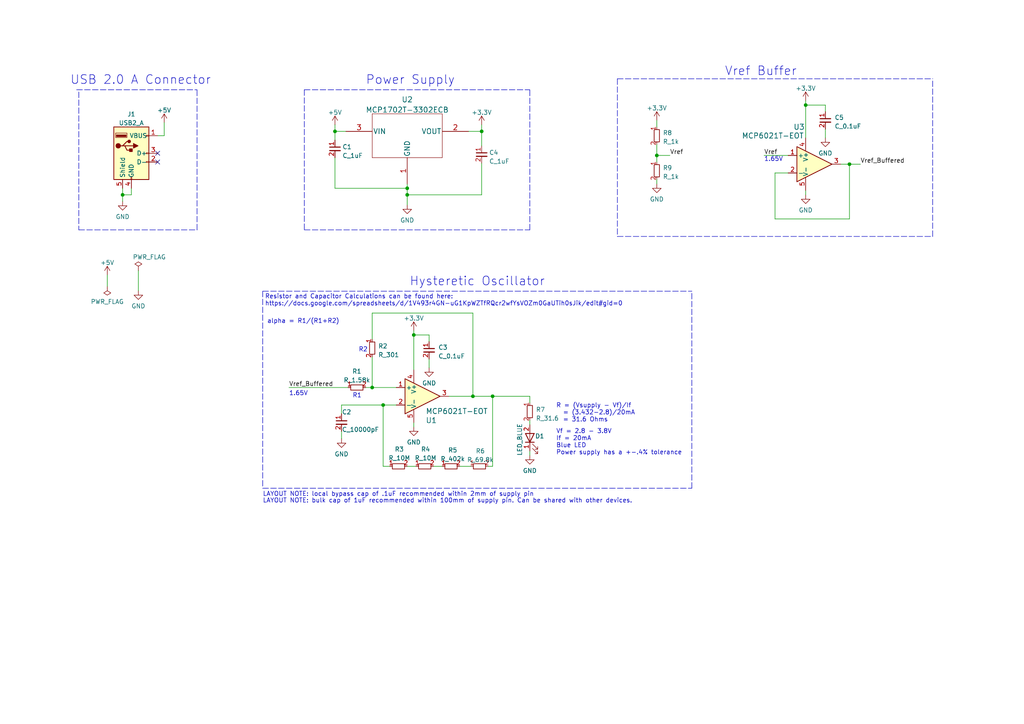
<source format=kicad_sch>
(kicad_sch (version 20211123) (generator eeschema)
  (paper "A4")
  (title_block (title "Hysteretic Oscillator ") (rev "1") (company "Eclectronics Miniproject 1") (comment 1 "Dasha Chadiuk"))
  (lib_symbols
    (symbol "eclectronics:C_0.1uF"
      (property "Reference" "C" (at -1.397 7.493 0))
      (property "Value" "C_0.1uF" (at 1.778 5.588 0))
      (symbol "C_0.1uF_0_1"
        (polyline (pts (xy -6.35 5.842) (xy -3.302 5.842)) (stroke (width 0.3302)))
        (polyline (pts (xy -6.35 6.858) (xy -3.302 6.858)) (stroke (width 0.3048)))
      )
      (symbol "C_0.1uF_1_1"
        (pin passive line (at -4.826 8.89 270) (length 2.032) (name "~") (number "1"))
        (pin passive line (at -4.826 3.81 90) (length 2.032) (name "~") (number "2"))
      )
    )
    (symbol "eclectronics:C_10000pF"
      (property "Reference" "C" (at -1.397 10.033 0))
      (property "Value" "C_10000pF" (at 3.048 8.128 0))
      (symbol "C_10000pF_0_1"
        (polyline (pts (xy -6.096 7.874) (xy -3.048 7.874)) (stroke (width 0.3302)))
        (polyline (pts (xy -6.096 8.89) (xy -3.048 8.89)) (stroke (width 0.3048)))
      )
      (symbol "C_10000pF_1_1"
        (pin passive line (at -4.572 10.922 270) (length 2.032) (name "~") (number "1"))
        (pin passive line (at -4.572 5.842 90) (length 2.032) (name "~") (number "2"))
      )
    )
    (symbol "eclectronics:C_1uF"
      (property "Reference" "C" (at -3.175 8.255 0))
      (property "Value" "C_1uF" (at -1.27 6.35 0))
      (symbol "C_1uF_0_1"
        (polyline (pts (xy -7.62 6.858) (xy -4.572 6.858)) (stroke (width 0.3302)))
        (polyline (pts (xy -7.62 7.874) (xy -4.572 7.874)) (stroke (width 0.3048)))
      )
      (symbol "C_1uF_1_1"
        (pin passive line (at -6.096 9.906 270) (length 2.032) (name "~") (number "1"))
        (pin passive line (at -6.096 4.826 90) (length 2.032) (name "~") (number "2"))
      )
    )
    (symbol "eclectronics:LED_BLUE"
      (property "Reference" "D" (at -3.81 1.778 0))
      (property "Value" "LED_BLUE" (at 0 0 0))
      (symbol "LED_BLUE_0_1"
        (polyline (pts (xy -6.604 -0.508) (xy -6.604 2.032)))
        (polyline (pts (xy -5.334 -0.508) (xy -7.874 -0.508)) (stroke (width 0.254)))
        (polyline (pts (xy -5.334 2.032) (xy -7.874 2.032) (xy -6.604 -0.508) (xy -5.334 2.032)) (stroke (width 0.254)))
        (polyline (pts (xy -5.842 -2.286) (xy -4.318 -3.81) (xy -4.318 -3.048) (xy -4.318 -3.81) (xy -5.08 -3.81)))
        (polyline (pts (xy -5.842 -1.016) (xy -4.318 -2.54) (xy -4.318 -1.778) (xy -4.318 -2.54) (xy -5.08 -2.54)))
      )
      (symbol "LED_BLUE_1_1"
        (pin passive line (at -6.604 -3.048 90) (length 2.54) (name "~") (number "1"))
        (pin passive line (at -6.604 4.572 270) (length 2.54) (name "~") (number "2"))
      )
    )
    (symbol "eclectronics:MCP1702T-3302ECB" (pin_names (offset 0.254))
      (property "Reference" "U" (at 27.94 10.16 0))
      (property "Value" "MCP1702T-3302ECB" (at 27.94 7.62 0))
      (symbol "MCP1702T-3302ECB_1_1"
        (polyline (pts (xy 7.62 -7.62) (xy 27.94 -7.62)) (stroke (width 0.127)))
        (polyline (pts (xy 7.62 5.08) (xy 7.62 -7.62)) (stroke (width 0.127)))
        (polyline (pts (xy 27.94 -7.62) (xy 27.94 5.08)) (stroke (width 0.127)))
        (polyline (pts (xy 27.94 5.08) (xy 7.62 5.08)) (stroke (width 0.127)))
        (pin power_in line (at 17.78 -15.24 90) (length 7.62) (name "GND") (number "1"))
        (pin power_out line (at 35.56 0 180) (length 7.62) (name "VOUT") (number "2"))
        (pin power_in line (at 0 0 0) (length 7.62) (name "VIN") (number "3"))
      )
    )
    (symbol "eclectronics:MCP6021T-EOT" (pin_names (offset 0.254))
      (property "Reference" "U" (at 30.48 10.16 0))
      (property "Value" "MCP6021T-EOT" (at 30.48 7.62 0))
      (symbol "MCP6021T-EOT_0_1"
        (polyline (pts (xy 36.83 -13.97) (xy 26.67 -8.89) (xy 26.67 -19.05) (xy 36.83 -13.97)) (stroke (width 0.254)) (fill (type background)))
      )
      (symbol "MCP6021T-EOT_1_1"
        (pin input line (at 24.13 -11.43 0) (length 2.54) (name "+") (number "1"))
        (pin input line (at 24.13 -16.51 0) (length 2.54) (name "-") (number "2"))
        (pin output line (at 39.37 -13.97 180) (length 2.54) (name "~") (number "3"))
        (pin power_in line (at 29.21 -6.35 270) (length 3.81) (name "V+") (number "4"))
        (pin power_in line (at 29.21 -21.59 90) (length 3.81) (name "V-") (number "5"))
      )
    )
    (symbol "eclectronics:R_1.58k"
      (property "Reference" "R" (at -8.382 3.683 0))
      (property "Value" "R_1.58k" (at -5.334 1.778 0))
      (symbol "R_1.58k_0_1"
        (rectangle (start -11.176 4.318) (end -9.652 0.762) (stroke (width 0.2032)))
      )
      (symbol "R_1.58k_1_1"
        (pin passive line (at -10.414 5.08 270) (length 0.762) (name "~") (number "1"))
        (pin passive line (at -10.414 0 90) (length 0.762) (name "~") (number "2"))
      )
    )
    (symbol "eclectronics:R_10M"
      (property "Reference" "R" (at -8.382 6.223 0))
      (property "Value" "R_10M" (at -5.842 4.318 0))
      (symbol "R_10M_0_1"
        (rectangle (start -11.43 7.112) (end -9.906 3.556) (stroke (width 0.2032)))
      )
      (symbol "R_10M_1_1"
        (pin passive line (at -10.668 7.874 270) (length 0.762) (name "~") (number "1"))
        (pin passive line (at -10.668 2.794 90) (length 0.762) (name "~") (number "2"))
      )
    )
    (symbol "eclectronics:R_1k"
      (property "Reference" "R" (at -8.382 3.683 0))
      (property "Value" "R_1k" (at -7.112 1.778 0))
      (symbol "R_1k_0_1"
        (rectangle (start -11.176 4.318) (end -9.652 0.762) (stroke (width 0.2032)))
      )
      (symbol "R_1k_1_1"
        (pin passive line (at -10.414 5.08 270) (length 0.762) (name "~") (number "1"))
        (pin passive line (at -10.414 0 90) (length 0.762) (name "~") (number "2"))
      )
    )
    (symbol "eclectronics:R_301"
      (property "Reference" "R" (at -5.842 3.683 0))
      (property "Value" "R_301" (at -3.302 1.778 0))
      (symbol "R_301_0_1"
        (rectangle (start -8.636 4.572) (end -7.112 1.016) (stroke (width 0.2032)))
      )
      (symbol "R_301_1_1"
        (pin passive line (at -7.874 5.334 270) (length 0.762) (name "~") (number "1"))
        (pin passive line (at -7.874 0.254 90) (length 0.762) (name "~") (number "2"))
      )
    )
    (symbol "eclectronics:R_31.6"
      (property "Reference" "R" (at -8.382 3.683 0))
      (property "Value" "R_31.6" (at -5.842 1.778 0))
      (symbol "R_31.6_0_1"
        (rectangle (start -11.176 4.572) (end -9.652 1.016) (stroke (width 0.2032)))
      )
      (symbol "R_31.6_1_1"
        (pin passive line (at -10.414 5.334 270) (length 0.762) (name "~") (number "1"))
        (pin passive line (at -10.414 0.254 90) (length 0.762) (name "~") (number "2"))
      )
    )
    (symbol "eclectronics:R_402k"
      (property "Reference" "R" (at -5.842 3.683 0))
      (property "Value" "R_402k" (at -2.667 1.778 0))
      (symbol "R_402k_0_1"
        (rectangle (start -8.636 4.826) (end -7.112 1.27) (stroke (width 0.2032)))
      )
      (symbol "R_402k_1_1"
        (pin passive line (at -7.874 5.588 270) (length 0.762) (name "~") (number "1"))
        (pin passive line (at -7.874 0.508 90) (length 0.762) (name "~") (number "2"))
      )
    )
    (symbol "eclectronics:R_69.8k"
      (property "Reference" "R" (at -5.842 3.683 0))
      (property "Value" "R_69.8k" (at -2.667 1.778 0))
      (symbol "R_69.8k_0_1"
        (rectangle (start -8.382 4.572) (end -6.858 1.016) (stroke (width 0.2032)))
      )
      (symbol "R_69.8k_1_1"
        (pin passive line (at -7.62 5.334 270) (length 0.762) (name "~") (number "1"))
        (pin passive line (at -7.62 0.254 90) (length 0.762) (name "~") (number "2"))
      )
    )
    (symbol "eclectronics:USB2_A"
      (property "Reference" "J" (at -5.08 21.59 0))
      (property "Value" "USB2_A" (at -2.54 19.05 0))
      (symbol "USB2_A_0_1"
        (rectangle (start -6.35 2.54) (end 3.81 17.78) (stroke (width 0.254)) (fill (type background)))
        (circle (center -5.08 12.319) (radius 0.635) (stroke (width 0.254)) (fill (type outline)))
        (rectangle (start -2.794 14.986) (end -5.588 15.494) (fill (type outline)))
        (rectangle (start -2.54 14.732) (end -5.842 16.002))
        (circle (center -1.905 13.589) (radius 0.381) (stroke (width 0.254)) (fill (type outline)))
        (rectangle (start -1.397 2.54) (end -1.143 3.302))
        (rectangle (start -1.016 11.43) (end -1.778 10.668) (stroke (width 0.254)) (fill (type outline)))
        (polyline (pts (xy -4.445 12.319) (xy -3.81 12.319) (xy -2.54 13.589) (xy -1.905 13.589)) (stroke (width 0.254)))
        (polyline (pts (xy -3.81 12.319) (xy -3.175 12.319) (xy -2.54 11.049) (xy -1.27 11.049)) (stroke (width 0.254)))
        (polyline (pts (xy -0.635 12.954) (xy -0.635 11.684) (xy 0.635 12.319) (xy -0.635 12.954)) (stroke (width 0.254)) (fill (type outline)))
        (rectangle (start 3.81 7.493) (end 3.048 7.747))
        (rectangle (start 3.81 10.033) (end 3.048 10.287))
        (rectangle (start 3.81 15.113) (end 3.048 15.367))
      )
      (symbol "USB2_A_1_1"
        (polyline (pts (xy -3.175 12.319) (xy -0.635 12.319)) (stroke (width 0.254)))
        (pin power_in line (at 6.35 15.24 180) (length 2.54) (name "VBUS") (number "1"))
        (pin bidirectional line (at 6.35 7.62 180) (length 2.54) (name "D-") (number "2"))
        (pin bidirectional line (at 6.35 10.16 180) (length 2.54) (name "D+") (number "3"))
        (pin power_in line (at -1.27 0 90) (length 2.54) (name "GND") (number "4"))
        (pin passive line (at -3.81 0 90) (length 2.54) (name "Shield") (number "5"))
      )
    )
    (symbol "power:+3.3V" (power) (pin_names (offset 0))
      (property "Value" "+3.3V" (at 0 3.556 0))
      (symbol "+3.3V_0_1"
        (polyline (pts (xy -0.762 1.27) (xy 0 2.54)))
        (polyline (pts (xy 0 0) (xy 0 2.54)))
        (polyline (pts (xy 0 2.54) (xy 0.762 1.27)))
      )
      (symbol "+3.3V_1_1"
        (pin power_in line (at 0 0 90) (length 0) hide (name "+3.3V") (number "1"))
      )
    )
    (symbol "power:+5V" (power) (pin_names (offset 0))
      (property "Value" "+5V" (at 0 3.556 0))
      (symbol "+5V_0_1"
        (polyline (pts (xy -0.762 1.27) (xy 0 2.54)))
        (polyline (pts (xy 0 0) (xy 0 2.54)))
        (polyline (pts (xy 0 2.54) (xy 0.762 1.27)))
      )
      (symbol "+5V_1_1"
        (pin power_in line (at 0 0 90) (length 0) hide (name "+5V") (number "1"))
      )
    )
    (symbol "power:GND" (power) (pin_names (offset 0))
      (property "Value" "GND" (at 0 -3.81 0))
      (symbol "GND_0_1"
        (polyline (pts (xy 0 0) (xy 0 -1.27) (xy 1.27 -1.27) (xy 0 -2.54) (xy -1.27 -1.27) (xy 0 -1.27)))
      )
      (symbol "GND_1_1"
        (pin power_in line (at 0 0 270) (length 0) hide (name "GND") (number "1"))
      )
    )
    (symbol "power:PWR_FLAG" (power) (pin_numbers hide) (pin_names (offset 0) hide)
      (property "Value" "PWR_FLAG" (at 0 3.81 0))
      (symbol "PWR_FLAG_0_0"
        (pin power_out line (at 0 0 90) (length 0) (name "pwr") (number "1"))
      )
      (symbol "PWR_FLAG_0_1"
        (polyline (pts (xy 0 0) (xy 0 1.27) (xy -1.016 1.905) (xy 0 2.54) (xy 1.016 1.905) (xy 0 1.27)))
      )
    )
  )
  (junction (at 107.95 112.395))
  (junction (at 118.11 54.61))
  (junction (at 35.56 56.515))
  (junction (at 120.015 97.155))
  (junction (at 111.125 117.475))
  (junction (at 190.5 45.085))
  (junction (at 137.16 114.935))
  (junction (at 246.38 47.625))
  (junction (at 97.155 38.1))
  (junction (at 139.7 38.1))
  (junction (at 118.11 56.515))
  (junction (at 233.68 30.48))
  (junction (at 142.875 114.935))
  (no_connect (at 45.72 44.45))
  (no_connect (at 45.72 46.99))
  (wire (pts (xy 113.03 135.255) (xy 111.125 135.255)))
  (wire (pts (xy 118.11 54.61) (xy 118.11 56.515)))
  (polyline (pts (xy 22.86 26.67) (xy 22.86 66.675)))
  (wire (pts (xy 239.395 30.48) (xy 239.395 32.385)))
  (wire (pts (xy 153.67 114.935) (xy 153.67 116.84)))
  (wire (pts (xy 224.79 63.5) (xy 246.38 63.5)))
  (wire (pts (xy 38.1 54.61) (xy 38.1 56.515)))
  (wire (pts (xy 228.6 50.165) (xy 224.79 50.165)))
  (wire (pts (xy 47.625 35.56) (xy 47.625 39.37)))
  (wire (pts (xy 190.5 34.925) (xy 190.5 36.83)))
  (wire (pts (xy 190.5 52.07) (xy 190.5 53.34)))
  (wire (pts (xy 224.79 50.165) (xy 224.79 63.5)))
  (polyline (pts (xy 88.265 26.035) (xy 153.67 26.035)))
  (wire (pts (xy 107.95 112.395) (xy 107.95 103.505)))
  (wire (pts (xy 111.125 117.475) (xy 111.125 135.255)))
  (wire (pts (xy 118.11 53.34) (xy 118.11 54.61)))
  (polyline (pts (xy 179.07 22.86) (xy 270.51 22.86)))
  (wire (pts (xy 120.015 97.155) (xy 120.015 107.315)))
  (wire (pts (xy 142.875 114.935) (xy 153.67 114.935)))
  (wire (pts (xy 99.06 125.095) (xy 99.06 127.254)))
  (wire (pts (xy 35.56 54.61) (xy 35.56 56.515)))
  (wire (pts (xy 246.38 47.625) (xy 249.555 47.625)))
  (wire (pts (xy 137.16 114.935) (xy 142.875 114.935)))
  (wire (pts (xy 106.045 112.395) (xy 107.95 112.395)))
  (wire (pts (xy 124.46 104.14) (xy 124.46 106.68)))
  (polyline (pts (xy 153.67 66.675) (xy 153.67 26.035)))
  (wire (pts (xy 139.7 38.1) (xy 139.7 42.291)))
  (polyline (pts (xy 88.265 66.675) (xy 153.67 66.675)))
  (wire (pts (xy 246.38 47.625) (xy 243.84 47.625)))
  (wire (pts (xy 153.67 130.81) (xy 153.67 132.08)))
  (wire (pts (xy 137.16 90.805) (xy 137.16 114.935)))
  (wire (pts (xy 233.68 55.245) (xy 233.68 56.515)))
  (wire (pts (xy 97.155 45.72) (xy 97.155 54.61)))
  (wire (pts (xy 118.11 135.255) (xy 120.65 135.255)))
  (wire (pts (xy 233.68 30.48) (xy 233.68 40.005)))
  (wire (pts (xy 190.5 45.085) (xy 190.5 46.99)))
  (wire (pts (xy 233.68 30.48) (xy 239.395 30.48)))
  (polyline (pts (xy 270.51 68.58) (xy 270.51 22.86)))
  (wire (pts (xy 124.46 97.155) (xy 124.46 99.06)))
  (wire (pts (xy 97.155 38.1) (xy 97.155 40.64)))
  (wire (pts (xy 99.06 117.475) (xy 111.125 117.475)))
  (wire (pts (xy 35.56 56.515) (xy 35.56 58.42)))
  (wire (pts (xy 139.7 47.371) (xy 139.7 56.515)))
  (polyline (pts (xy 76.2 84.455) (xy 200.66 84.455)))
  (wire (pts (xy 31.115 79.756) (xy 31.115 83.058)))
  (wire (pts (xy 107.95 90.805) (xy 107.95 98.425)))
  (wire (pts (xy 107.95 90.805) (xy 137.16 90.805)))
  (polyline (pts (xy 57.15 66.675) (xy 57.15 26.035)))
  (polyline (pts (xy 76.2 141.605) (xy 200.66 141.605)))
  (wire (pts (xy 35.56 56.515) (xy 38.1 56.515)))
  (wire (pts (xy 107.95 112.395) (xy 114.935 112.395)))
  (wire (pts (xy 133.35 135.255) (xy 136.525 135.255)))
  (wire (pts (xy 246.38 63.5) (xy 246.38 47.625)))
  (polyline (pts (xy 22.86 66.675) (xy 57.15 66.675)))
  (wire (pts (xy 83.82 112.395) (xy 100.965 112.395)))
  (wire (pts (xy 111.125 117.475) (xy 114.935 117.475)))
  (wire (pts (xy 239.395 37.465) (xy 239.395 40.005)))
  (wire (pts (xy 130.175 114.935) (xy 137.16 114.935)))
  (wire (pts (xy 118.11 56.515) (xy 139.7 56.515)))
  (wire (pts (xy 47.625 39.37) (xy 45.72 39.37)))
  (polyline (pts (xy 200.66 141.605) (xy 200.66 84.455)))
  (wire (pts (xy 99.06 117.475) (xy 99.06 120.015)))
  (polyline (pts (xy 179.07 68.58) (xy 270.51 68.58)))
  (wire (pts (xy 142.875 114.935) (xy 142.875 135.255)))
  (wire (pts (xy 120.015 95.885) (xy 120.015 97.155)))
  (polyline (pts (xy 179.07 22.86) (xy 179.07 68.58)))
  (polyline (pts (xy 76.2 84.455) (xy 76.2 141.605)))
  (wire (pts (xy 97.155 36.195) (xy 97.155 38.1)))
  (wire (pts (xy 118.11 56.515) (xy 118.11 59.436)))
  (wire (pts (xy 120.015 97.155) (xy 124.46 97.155)))
  (wire (pts (xy 153.67 121.92) (xy 153.67 123.19)))
  (wire (pts (xy 221.615 45.085) (xy 228.6 45.085)))
  (polyline (pts (xy 22.225 26.035) (xy 57.15 26.035)))
  (wire (pts (xy 233.68 29.21) (xy 233.68 30.48)))
  (wire (pts (xy 135.89 38.1) (xy 139.7 38.1)))
  (wire (pts (xy 141.605 135.255) (xy 142.875 135.255)))
  (wire (pts (xy 190.5 45.085) (xy 194.31 45.085)))
  (wire (pts (xy 139.7 38.1) (xy 139.7 36.195)))
  (wire (pts (xy 190.5 41.91) (xy 190.5 45.085)))
  (wire (pts (xy 125.73 135.255) (xy 128.27 135.255)))
  (wire (pts (xy 97.155 54.61) (xy 118.11 54.61)))
  (wire (pts (xy 40.132 78.486) (xy 40.132 84.328)))
  (wire (pts (xy 120.015 122.555) (xy 120.015 123.825)))
  (polyline (pts (xy 88.265 26.035) (xy 88.265 66.675)))
  (wire (pts (xy 97.155 38.1) (xy 100.33 38.1)))
  (text "R2" (at 106.68 102.235 180) (effects (font (size 1.27 1.27)) (justify right bottom)))
  (text "LAYOUT NOTE: bulk cap of 1uF recommended within 100mm of supply pin. Can be shared with other devices." (at 76.2 146.05 0) (effects (font (size 1.27 1.27)) (justify left bottom)))
  (text "Power Supply" (at 106.045 24.765 0) (effects (font (size 2.54 2.54)) (justify left bottom)))
  (text "1.65V" (at 221.615 46.99 0) (effects (font (size 1.27 1.27)) (justify left bottom)))
  (text "R1" (at 102.235 115.57 0) (effects (font (size 1.27 1.27)) (justify left bottom)))
  (text "Resistor and Capacitor Calculations can be found here: \nhttps://docs.google.com/spreadsheets/d/1V493r4GN-uG1KpWZTfRQcr2wfYsVOZm0GaUTih0sJik/edit#gid=0" (at 76.835 88.9 0) (effects (font (size 1.27 1.27)) (justify left bottom)))
  (text "LAYOUT NOTE: local bypass cap of .1uF recommended within 2mm of supply pin" (at 76.2 144.145 0) (effects (font (size 1.27 1.27)) (justify left bottom)))
  (text "alpha = R1/(R1+R2)" (at 77.47 93.98 0) (effects (font (size 1.27 1.27)) (justify left bottom)))
  (text "1.65V" (at 83.82 114.935 0) (effects (font (size 1.27 1.27)) (justify left bottom)))
  (text "R = (Vsupply - Vf)/If\n  = (3.432-2.8)/20mA \n  = 31.6 Ohms" (at 161.29 122.555 0) (effects (font (size 1.27 1.27)) (justify left bottom)))
  (text "Vf = 2.8 - 3.8V \nIf = 20mA \nBlue LED\nPower supply has a +-.4% tolerance" (at 161.29 132.08 0) (effects (font (size 1.27 1.27)) (justify left bottom)))
  (text "Hysteretic Oscillator" (at 118.745 83.185 0) (effects (font (size 2.54 2.54)) (justify left bottom)))
  (text "USB 2.0 A Connector" (at 20.32 24.765 0) (effects (font (size 2.54 2.54)) (justify left bottom)))
  (text "Vref Buffer" (at 210.185 22.225 0) (effects (font (size 2.54 2.54)) (justify left bottom)))
  (label "Vref" (at 194.31 45.085 0))
  (label "Vref_Buffered" (at 83.82 112.395 0))
  (label "Vref_Buffered" (at 249.555 47.625 0))
  (label "Vref" (at 221.615 45.085 0))
  (symbol (lib_id "power:+3.3V") (at 233.68 29.21 0) (unit 1)
    (property "Reference" "#PWR0110" (effects hide))
    (property "Value" "+3.3V" (at 233.68 25.6342 0))
  )
  (symbol (lib_id "eclectronics:R_10M") (at 120.904 124.587 90) (unit 1)
    (property "Reference" "R3" (at 115.824 130.3106 90))
    (property "Value" "R_10M" (at 115.824 132.8475 90))
    (property "Footprint" "Resistor_SMD:R_0603_1608Metric" (effects hide))
    (property "Datasheet" "https://www.yageo.com/upload/media/product/productsearch/datasheet/rchip/PYu-RC_Group_51_RoHS_L_12.pdf" (effects hide))
    (property "MPN" "RC0603FR-0710ML" (effects hide))
    (property "Description" "RES 10M OHM 1% 1/10W 0603" (effects hide))
  )
  (symbol (lib_id "power:+5V") (at 31.115 79.756 0) (unit 1)
    (property "Reference" "#PWR0116" (effects hide))
    (property "Value" "+5V" (at 31.115 76.1802 0))
  )
  (symbol (lib_id "eclectronics:R_31.6") (at 164.084 122.174 0) (unit 1)
    (property "Reference" "R7" (at 155.4226 118.7993 0) (effects (justify left)))
    (property "Value" "R_31.6" (at 155.4226 121.3362 0) (effects (justify left)))
    (property "Footprint" "Resistor_SMD:R_0603_1608Metric" (effects hide))
    (property "Datasheet" "https://www.yageo.com/upload/media/product/productsearch/datasheet/rchip/PYu-RC_Group_51_RoHS_L_12.pdf" (effects hide))
    (property "MPN" "RC0603FR-0731R6L" (effects hide))
    (property "Description" "RES 31.6 OHM 1% 1/10W 0603" (effects hide))
  )
  (symbol (lib_id "power:+3.3V") (at 190.5 34.925 0) (unit 1)
    (property "Reference" "#PWR0106" (effects hide))
    (property "Value" "+3.3V" (at 190.5 31.3492 0))
  )
  (symbol (lib_id "power:+5V") (at 47.625 35.56 0) (unit 1)
    (property "Reference" "#PWR0112" (effects hide))
    (property "Value" "+5V" (at 47.625 31.9842 0))
  )
  (symbol (lib_id "power:GND") (at 35.56 58.42 0) (unit 1)
    (property "Reference" "#PWR0113" (effects hide))
    (property "Value" "GND" (at 35.56 62.8634 0))
  )
  (symbol (lib_id "eclectronics:MCP1702T-3302ECB") (at 100.33 38.1 0) (unit 1)
    (property "Reference" "U2" (at 118.11 28.8724 0) (effects (font (size 1.524 1.524))))
    (property "Value" "MCP1702T-3302ECB" (at 118.11 31.8658 0) (effects (font (size 1.524 1.524))))
    (property "Footprint" "eclectronics:MCP1702T-3302E&slash_CB" (effects hide))
    (property "Datasheet" "https://ww1.microchip.com/downloads/en/DeviceDoc/22008E.pdf" (effects hide))
    (property "MPN" "MCP1702T-3302E/CB" (effects hide))
    (property "Description" "Linear Voltage Regulator IC Positive Fixed 1 Output 250mA SOT-23A-3" (effects hide))
  )
  (symbol (lib_id "eclectronics:C_10000pF") (at 103.632 130.937 0) (unit 1)
    (property "Reference" "C2" (at 99.187 119.507 0) (effects (justify left)))
    (property "Value" "C_10000pF" (at 99.187 124.587 0) (effects (justify left)))
    (property "Footprint" "Capacitor_SMD:C_0603_1608Metric" (effects hide))
    (property "Datasheet" "https://connect.kemet.com:7667/gateway/IntelliData-ComponentDocumentation/1.0/download/datasheet/C0603C103J5RAC7867" (effects hide))
    (property "MPN" "C0603C103J5RAC7867" (effects hide))
    (property "Description" "CAP CER 10000PF 50V X7R 0603" (effects hide))
  )
  (symbol (lib_id "eclectronics:C_0.1uF") (at 244.221 41.275 0) (unit 1)
    (property "Reference" "C5" (at 242.062 34.0903 0) (effects (justify left)))
    (property "Value" "C_0.1uF" (at 242.062 36.6272 0) (effects (justify left)))
    (property "Footprint" "Capacitor_SMD:C_0603_1608Metric" (effects hide))
    (property "Datasheet" "https://www.yageo.com/upload/media/product/productsearch/datasheet/mlcc/UPY-GPHC_X7R_6.3V-to-50V_20.pdf" (effects hide))
    (property "MPN" "CC0603JRX7R9BB104" (effects hide))
    (property "Description" "CAP CER 0.1UF 50V X7R 0603" (effects hide))
  )
  (symbol (lib_id "power:PWR_FLAG") (at 40.132 78.486 0) (unit 1)
    (property "Reference" "#FLG0103" (effects hide))
    (property "Value" "PWR_FLAG" (at 38.481 74.549 0) (effects (justify left)))
  )
  (symbol (lib_id "eclectronics:R_10M") (at 128.524 124.587 90) (unit 1)
    (property "Reference" "R4" (at 123.444 130.3106 90))
    (property "Value" "R_10M" (at 123.444 132.8475 90))
    (property "Footprint" "Resistor_SMD:R_0603_1608Metric" (effects hide))
    (property "Datasheet" "https://www.yageo.com/upload/media/product/productsearch/datasheet/rchip/PYu-RC_Group_51_RoHS_L_12.pdf" (effects hide))
    (property "MPN" "RC0603FR-0710ML" (effects hide))
    (property "Description" "RES 10M OHM 1% 1/10W 0603" (effects hide))
  )
  (symbol (lib_id "power:GND") (at 233.68 56.515 0) (unit 1)
    (property "Reference" "#PWR0107" (effects hide))
    (property "Value" "GND" (at 233.68 60.9584 0))
  )
  (symbol (lib_id "eclectronics:R_1k") (at 200.914 41.91 0) (unit 1)
    (property "Reference" "R8" (at 192.2526 38.5353 0) (effects (justify left)))
    (property "Value" "R_1k" (at 192.2526 41.0722 0) (effects (justify left)))
    (property "Footprint" "Resistor_SMD:R_0603_1608Metric" (effects hide))
    (property "Datasheet" "https://www.yageo.com/upload/media/product/productsearch/datasheet/rchip/PYu-RC_Group_51_RoHS_L_12.pdf" (effects hide))
    (property "MPN" "RC0603FR-071KL" (effects hide))
    (property "Description" "RES 1K OHM 1% 1/10W 0603" (effects hide))
  )
  (symbol (lib_id "power:GND") (at 153.67 132.08 0) (unit 1)
    (property "Reference" "#PWR0115" (effects hide))
    (property "Value" "GND" (at 153.67 136.5234 0))
  )
  (symbol (lib_id "eclectronics:C_0.1uF") (at 129.286 107.95 0) (unit 1)
    (property "Reference" "C3" (at 127.127 100.7653 0) (effects (justify left)))
    (property "Value" "C_0.1uF" (at 127.127 103.3022 0) (effects (justify left)))
    (property "Footprint" "Capacitor_SMD:C_0603_1608Metric" (effects hide))
    (property "Datasheet" "https://www.yageo.com/upload/media/product/productsearch/datasheet/mlcc/UPY-GPHC_X7R_6.3V-to-50V_20.pdf" (effects hide))
    (property "MPN" "CC0603JRX7R9BB104" (effects hide))
    (property "Description" "CAP CER 0.1UF 50V X7R 0603" (effects hide))
  )
  (symbol (lib_id "power:GND") (at 40.132 84.328 0) (unit 1)
    (property "Reference" "#PWR0117" (effects hide))
    (property "Value" "GND" (at 40.132 88.7714 0))
  )
  (symbol (lib_id "power:GND") (at 118.11 59.436 0) (unit 1)
    (property "Reference" "#PWR0105" (effects hide))
    (property "Value" "GND" (at 118.11 63.8794 0))
  )
  (symbol (lib_id "eclectronics:MCP6021T-EOT") (at 90.805 100.965 0) (unit 1)
    (property "Reference" "U1" (at 125.095 121.92 0) (effects (font (size 1.524 1.524))))
    (property "Value" "MCP6021T-EOT" (at 132.4928 119.273 0) (effects (font (size 1.524 1.524))))
    (property "Footprint" "eclectronics:MCP6021T-E_OT" (effects hide))
    (property "Datasheet" "https://ww1.microchip.com/downloads/en/DeviceDoc/20001685E.pdf" (effects hide))
    (property "MPN" "MCP6021T-E/OT" (effects hide))
    (property "Description" "General Purpose Amplifier 1 Circuit Rail-to-Rail SOT-23-5" (effects hide))
  )
  (symbol (lib_id "power:GND") (at 99.06 127.254 0) (unit 1)
    (property "Reference" "#PWR0102" (effects hide))
    (property "Value" "GND" (at 99.06 131.6974 0))
  )
  (symbol (lib_id "eclectronics:R_1k") (at 200.914 52.07 0) (unit 1)
    (property "Reference" "R9" (at 192.2526 48.6953 0) (effects (justify left)))
    (property "Value" "R_1k" (at 192.2526 51.2322 0) (effects (justify left)))
    (property "Footprint" "Resistor_SMD:R_0603_1608Metric" (effects hide))
    (property "Datasheet" "https://www.yageo.com/upload/media/product/productsearch/datasheet/rchip/PYu-RC_Group_51_RoHS_L_12.pdf" (effects hide))
    (property "MPN" "RC0603FR-071KL" (effects hide))
    (property "Description" "RES 1K OHM 1% 1/10W 0603" (effects hide))
  )
  (symbol (lib_id "eclectronics:LED_BLUE") (at 160.274 127.762 0) (unit 1)
    (property "Reference" "D1" (at 155.194 126.492 0) (effects (justify left)))
    (property "Value" "LED_BLUE" (at 150.749 132.207 90) (effects (justify left)))
    (property "Footprint" "Resistor_SMD:R_0805_2012Metric" (effects hide))
    (property "Datasheet" "https://optoelectronics.liteon.com/upload/download/DS-22-99-0226/LTST-C170TBKT.pdf" (effects hide))
    (property "MPN" "LTST-C170TBKT" (effects hide))
    (property "Description" "LED BLUE CLEAR SMD" (effects hide))
  )
  (symbol (lib_id "eclectronics:C_1uF") (at 145.796 52.197 0) (unit 1)
    (property "Reference" "C4" (at 141.859 44.2503 0) (effects (justify left)))
    (property "Value" "C_1uF" (at 141.859 46.7872 0) (effects (justify left)))
    (property "Footprint" "Capacitor_SMD:C_0603_1608Metric" (effects hide))
    (property "Datasheet" "https://connect.kemet.com:7667/gateway/IntelliData-ComponentDocumentation/1.0/download/datasheet/C0603C105K3RACTU" (effects hide))
    (property "MPN" "C0603C105K3RAC7867" (effects hide))
    (property "Description" "CAP CER 1UF 25V X7R 0603" (effects hide))
  )
  (symbol (lib_id "eclectronics:R_402k") (at 133.858 127.381 90) (unit 1)
    (property "Reference" "R5" (at 131.318 130.5646 90))
    (property "Value" "R_402k" (at 131.318 133.1015 90))
    (property "Footprint" "Resistor_SMD:R_0603_1608Metric" (effects hide))
    (property "Datasheet" "https://www.yageo.com/upload/media/product/productsearch/datasheet/rchip/PYu-RC_Group_51_RoHS_L_12.pdf" (effects hide))
    (property "MPN" "RC0603FR-07402KL" (effects hide))
    (property "Description" "RES 402K OHM 1% 1/10W 0603" (effects hide))
  )
  (symbol (lib_id "power:+3.3V") (at 139.7 36.195 0) (unit 1)
    (property "Reference" "#PWR0104" (effects hide))
    (property "Value" "+3.3V" (at 139.7 32.6192 0))
  )
  (symbol (lib_id "eclectronics:R_301") (at 115.824 103.759 0) (unit 1)
    (property "Reference" "R2" (at 109.7026 100.3843 0) (effects (justify left)))
    (property "Value" "R_301" (at 109.7026 102.9212 0) (effects (justify left)))
    (property "Footprint" "Resistor_SMD:R_0603_1608Metric" (effects hide))
    (property "Datasheet" "https://www.yageo.com/upload/media/product/productsearch/datasheet/rchip/PYu-RC_Group_51_RoHS_L_12.pdf" (effects hide))
    (property "MPN" "RC0603FR-07301RL" (effects hide))
    (property "Description" "RES 301 OHM 1% 1/10W 0603" (effects hide))
  )
  (symbol (lib_id "power:GND") (at 120.015 123.825 0) (unit 1)
    (property "Reference" "#PWR0103" (effects hide))
    (property "Value" "GND" (at 120.015 128.2684 0))
  )
  (symbol (lib_id "power:+5V") (at 97.155 36.195 0) (unit 1)
    (property "Reference" "#PWR0111" (effects hide))
    (property "Value" "+5V" (at 97.155 32.6192 0))
  )
  (symbol (lib_id "eclectronics:MCP6021T-EOT") (at 204.47 33.655 0) (unit 1)
    (property "Reference" "U3" (at 231.775 36.83 0) (effects (font (size 1.524 1.524))))
    (property "Value" "MCP6021T-EOT" (at 224.155 39.37 0) (effects (font (size 1.524 1.524))))
    (property "Footprint" "eclectronics:MCP6021T-E_OT" (effects hide))
    (property "Datasheet" "https://ww1.microchip.com/downloads/en/DeviceDoc/20001685E.pdf" (effects hide))
    (property "MPN" "MCP6021T-E/OT" (effects hide))
    (property "Description" "General Purpose Amplifier 1 Circuit Rail-to-Rail SOT-23-5" (effects hide))
  )
  (symbol (lib_id "eclectronics:C_1uF") (at 103.251 50.546 0) (unit 1)
    (property "Reference" "C1" (at 99.314 42.5993 0) (effects (justify left)))
    (property "Value" "C_1uF" (at 99.314 45.1362 0) (effects (justify left)))
    (property "Footprint" "Capacitor_SMD:C_0603_1608Metric" (effects hide))
    (property "Datasheet" "https://connect.kemet.com:7667/gateway/IntelliData-ComponentDocumentation/1.0/download/datasheet/C0603C105K3RACTU" (effects hide))
    (property "MPN" "C0603C105K3RAC7867" (effects hide))
    (property "Description" "CAP CER 1UF 25V X7R 0603" (effects hide))
  )
  (symbol (lib_id "eclectronics:USB2_A") (at 39.37 54.61 0) (unit 1)
    (property "Reference" "J1" (at 38.1 33.1302 0))
    (property "Value" "USB2_A" (at 38.1 35.6671 0))
    (property "Footprint" "eclectronics:MOLEX_48037-0001" (effects hide))
    (property "Datasheet" "https://www.molex.com/pdm_docs/sd/480370001_sd.pdf" (effects hide))
    (property "MPN" "48037-0001" (effects hide))
    (property "Description" "USB-A (USB TYPE-A) USB 2.0 Plug Connector 4 Position Through Hole, Right Angle" (effects hide))
  )
  (symbol (lib_id "power:PWR_FLAG") (at 31.115 83.058 180) (unit 1)
    (property "Reference" "#FLG0101" (effects hide))
    (property "Value" "PWR_FLAG" (at 31.115 87.5014 0))
  )
  (symbol (lib_id "power:GND") (at 239.395 40.005 0) (unit 1)
    (property "Reference" "#PWR0108" (effects hide))
    (property "Value" "GND" (at 239.395 44.4484 0))
  )
  (symbol (lib_id "power:GND") (at 124.46 106.68 0) (unit 1)
    (property "Reference" "#PWR0114" (effects hide))
    (property "Value" "GND" (at 124.46 111.1234 0))
  )
  (symbol (lib_id "eclectronics:R_69.8k") (at 141.859 127.635 90) (unit 1)
    (property "Reference" "R6" (at 139.319 130.8186 90))
    (property "Value" "R_69.8k" (at 139.319 133.3555 90))
    (property "Footprint" "Resistor_SMD:R_0603_1608Metric" (effects hide))
    (property "Datasheet" "https://www.yageo.com/upload/media/product/productsearch/datasheet/rchip/PYu-RC_Group_51_RoHS_L_12.pdf" (effects hide))
    (property "MPN" "RC0603FR-0769K8L" (effects hide))
    (property "Description" "RES 69.8K OHM 1% 1/10W 0603" (effects hide))
  )
  (symbol (lib_id "eclectronics:R_1.58k") (at 106.045 101.981 90) (unit 1)
    (property "Reference" "R1" (at 103.505 107.7046 90))
    (property "Value" "R_1.58k" (at 103.505 110.2415 90))
    (property "Footprint" "Resistor_SMD:R_0603_1608Metric" (effects hide))
    (property "Datasheet" "https://media.digikey.com/pdf/Data%20Sheets/Yageo%20PDFs/ProdSelectGuide%202014_Final.pdf" (effects hide))
    (property "MPN" "9C06031A1581FKHFT" (effects hide))
    (property "Description" "RES SMD 1.58K OHM 1% 1/10W 0603" (effects hide))
  )
  (symbol (lib_id "power:+3.3V") (at 120.015 95.885 0) (unit 1)
    (property "Reference" "#PWR0101" (effects hide))
    (property "Value" "+3.3V" (at 120.015 92.3092 0))
  )
  (symbol (lib_id "power:GND") (at 190.5 53.34 0) (unit 1)
    (property "Reference" "#PWR0109" (effects hide))
    (property "Value" "GND" (at 190.5 57.7834 0))
  )
)
</source>
